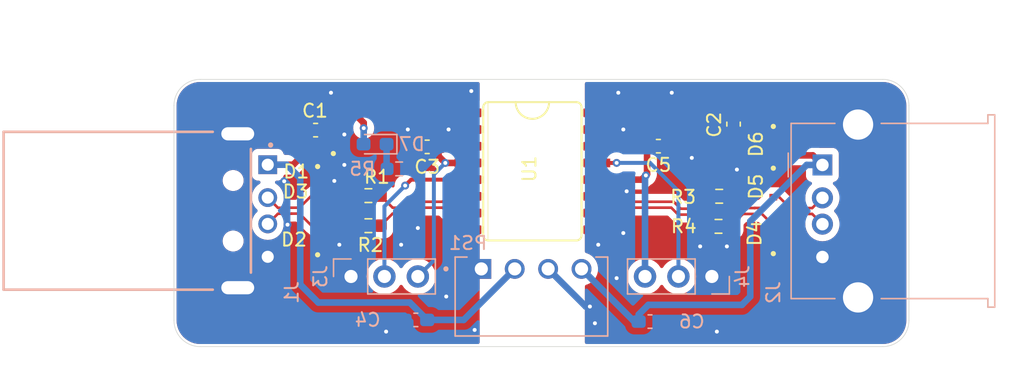
<source format=kicad_pcb>
(kicad_pcb (version 20240108) (generator "pcbnew") (generator_version "8.0")
  (layers (0 "F.Cu" signal) (31 "B.Cu" power) (34 "B.Paste" user) (35 "F.Paste" user) (36 "B.SilkS" user "B.Silkscreen") (37 "F.SilkS" user "F.Silkscreen") (38 "B.Mask" user) (39 "F.Mask" user) (44 "Edge.Cuts" user))
  (net 0 "")
  (net 1 "/VBUS1")
  (net 2 "GND")
  (net 3 "GND1")
  (net 4 "/VBUS2")
  (net 5 "/VDD1")
  (net 6 "/VDD2")
  (net 7 "/USB1_N")
  (net 8 "/USB1_P")
  (net 9 "/USB2_P")
  (net 10 "/USB2_N")
  (net 11 "Net-(D7-K)")
  (net 12 "/SPU")
  (net 13 "/SPD")
  (net 14 "/USB1_2N")
  (net 15 "/USB1_2P")
  (net 16 "/USB2_2N")
  (net 17 "/USB2_2P")
  (footprint "Resistor_SMD:R_0603_1608Metric_Pad0.98x0.95mm_HandSolder" (layer "F.Cu") (at 149.352 91.186 180)
    (property "Reference" "R4" (at 2.6416 0 0) (layer "F.SilkS"))
    (property "Value" "27R")
    (fp_line (start -0.254724 0.5225) (end 0.254724 0.5225) (stroke (width 0.12)) (layer "F.SilkS"))
    (fp_line (start -0.254724 -0.5225) (end 0.254724 -0.5225) (stroke (width 0.12)) (layer "F.SilkS"))
    (pad "1" smd roundrect (at -0.9125 0 180) (size 0.975 0.95) (layers "F.Cu" "F.Paste" "F.Mask") (net 9 "/USB2_P"))
    (pad "2" smd roundrect (at 0.9125 0 180) (size 0.975 0.95) (layers "F.Cu" "F.Paste" "F.Mask") (net 17 "/USB2_2P"))
  )
  (footprint "Resistor_SMD:R_0603_1608Metric_Pad0.98x0.95mm_HandSolder" (layer "F.Cu") (at 122.7328 88.8492)
    (property "Reference" "R1" (at 0.644 -1.424 0) (layer "F.SilkS"))
    (property "Value" "27R")
    (fp_line (start -0.254724 -0.5225) (end 0.254724 -0.5225) (stroke (width 0.12)) (layer "F.SilkS"))
    (fp_line (start -0.254724 0.5225) (end 0.254724 0.5225) (stroke (width 0.12)) (layer "F.SilkS"))
    (pad "1" smd roundrect (at -0.9125 0) (size 0.975 0.95) (layers "F.Cu" "F.Paste" "F.Mask") (net 7 "/USB1_N"))
    (pad "2" smd roundrect (at 0.9125 0) (size 0.975 0.95) (layers "F.Cu" "F.Paste" "F.Mask") (net 14 "/USB1_2N"))
  )
  (footprint "KSZ_KiCad_Footprint_Library:DIO_PESD5V0U1BB_115" (layer "F.Cu") (at 153.5176 85.09 -90)
    (property "Reference" "D6" (at -0.1524 1.3208 90) (layer "F.SilkS"))
    (property "Value" "PESD5V0U1BB_115")
    (fp_circle (center -1.5 0) (end -1.4 0) (stroke (width 0.2)) (fill none) (layer "F.SilkS"))
    (pad "K1" smd rect (at -0.7 0 270) (size 0.5 0.6) (layers "F.Cu") (net 3 "GND1"))
    (pad "K2" smd rect (at 0.7 0 270) (size 0.5 0.6) (layers "F.Cu") (net 4 "/VBUS2"))
  )
  (footprint "Capacitor_SMD:C_0603_1608Metric_Pad1.08x0.95mm_HandSolder" (layer "F.Cu") (at 150.495 83.4125 -90)
    (property "Reference" "C2" (at 0.0508 1.4732 90) (layer "F.SilkS"))
    (property "Value" "1u")
    (fp_line (start -0.146267 0.51) (end 0.146267 0.51) (stroke (width 0.12)) (layer "F.SilkS"))
    (fp_line (start -0.146267 -0.51) (end 0.146267 -0.51) (stroke (width 0.12)) (layer "F.SilkS"))
    (pad "1" smd roundrect (at -0.8625 0 270) (size 1.075 0.95) (layers "F.Cu" "F.Paste" "F.Mask") (net 3 "GND1"))
    (pad "2" smd roundrect (at 0.8625 0 270) (size 1.075 0.95) (layers "F.Cu" "F.Paste" "F.Mask") (net 4 "/VBUS2"))
  )
  (footprint "KSZ_KiCad_Footprint_Library:DIO_PESD5V0U1BB_115" (layer "F.Cu") (at 153.5176 88.265 -90)
    (property "Reference" "D5" (at -0.1016 1.3208 90) (layer "F.SilkS"))
    (property "Value" "PESD5V0U1BB_115")
    (fp_circle (center -1.5 0) (end -1.4 0) (stroke (width 0.2)) (fill none) (layer "F.SilkS"))
    (pad "K1" smd rect (at -0.7 0 270) (size 0.5 0.6) (layers "F.Cu") (net 3 "GND1"))
    (pad "K2" smd rect (at 0.7 0 270) (size 0.5 0.6) (layers "F.Cu") (net 10 "/USB2_N"))
  )
  (footprint "Resistor_SMD:R_0603_1608Metric_Pad0.98x0.95mm_HandSolder" (layer "F.Cu") (at 122.7328 91.1352)
    (property "Reference" "R2" (at 0.1524 1.4732 0) (layer "F.SilkS"))
    (property "Value" "27R")
    (fp_line (start -0.254724 -0.5225) (end 0.254724 -0.5225) (stroke (width 0.12)) (layer "F.SilkS"))
    (fp_line (start -0.254724 0.5225) (end 0.254724 0.5225) (stroke (width 0.12)) (layer "F.SilkS"))
    (pad "1" smd roundrect (at -0.9125 0) (size 0.975 0.95) (layers "F.Cu" "F.Paste" "F.Mask") (net 8 "/USB1_P"))
    (pad "2" smd roundrect (at 0.9125 0) (size 0.975 0.95) (layers "F.Cu" "F.Paste" "F.Mask") (net 15 "/USB1_2P"))
  )
  (footprint "Capacitor_SMD:C_0603_1608Metric_Pad1.08x0.95mm_HandSolder" (layer "F.Cu") (at 144.78 85.09 180)
    (property "Reference" "C5" (at 0 -1.43 0) (layer "F.SilkS"))
    (property "Value" "100n")
    (fp_line (start -0.146267 0.51) (end 0.146267 0.51) (stroke (width 0.12)) (layer "F.SilkS"))
    (fp_line (start -0.146267 -0.51) (end 0.146267 -0.51) (stroke (width 0.12)) (layer "F.SilkS"))
    (pad "1" smd roundrect (at -0.8625 0 180) (size 1.075 0.95) (layers "F.Cu" "F.Paste" "F.Mask") (net 3 "GND1"))
    (pad "2" smd roundrect (at 0.8625 0 180) (size 1.075 0.95) (layers "F.Cu" "F.Paste" "F.Mask") (net 6 "/VDD2"))
  )
  (footprint "KSZ_KiCad_Footprint_Library:DIO_PESD5V0U1BB_115" (layer "F.Cu") (at 118.5672 85.6488 180)
    (property "Reference" "D1" (at 1.3208 -1.3716 180) (layer "F.SilkS"))
    (property "Value" "PESD5V0U1BB_115")
    (fp_circle (center -1.5 0) (end -1.4 0) (stroke (width 0.2)) (fill none) (layer "F.SilkS"))
    (pad "K1" smd rect (at -0.7 0 180) (size 0.5 0.6) (layers "F.Cu") (net 2 "GND"))
    (pad "K2" smd rect (at 0.7 0 180) (size 0.5 0.6) (layers "F.Cu") (net 1 "/VBUS1"))
  )
  (footprint "Resistor_SMD:R_0603_1608Metric_Pad0.98x0.95mm_HandSolder" (layer "F.Cu") (at 149.4028 88.9 180)
    (property "Reference" "R3" (at 2.7432 -0.0508 0) (layer "F.SilkS"))
    (property "Value" "27R")
    (fp_line (start -0.254724 0.5225) (end 0.254724 0.5225) (stroke (width 0.12)) (layer "F.SilkS"))
    (fp_line (start -0.254724 -0.5225) (end 0.254724 -0.5225) (stroke (width 0.12)) (layer "F.SilkS"))
    (pad "1" smd roundrect (at -0.9125 0 180) (size 0.975 0.95) (layers "F.Cu" "F.Paste" "F.Mask") (net 10 "/USB2_N"))
    (pad "2" smd roundrect (at 0.9125 0 180) (size 0.975 0.95) (layers "F.Cu" "F.Paste" "F.Mask") (net 16 "/USB2_2N"))
  )
  (footprint "KSZ_KiCad_Footprint_Library:DIO_PESD5V0U1BB_115" (layer "F.Cu") (at 118.872 91.8464 90)
    (property "Reference" "D2" (at -0.348 -1.798 180) (layer "F.SilkS"))
    (property "Value" "PESD5V0U1BB_115")
    (fp_circle (center -1.5 0) (end -1.4 0) (stroke (width 0.2)) (fill none) (layer "F.SilkS"))
    (pad "K1" smd rect (at -0.7 0 90) (size 0.5 0.6) (layers "F.Cu") (net 2 "GND"))
    (pad "K2" smd rect (at 0.7 0 90) (size 0.5 0.6) (layers "F.Cu") (net 8 "/USB1_P"))
  )
  (footprint "KSZ_KiCad_Footprint_Library:SO16L" (layer "F.Cu") (at 135.2 87 -90)
    (property "Reference" "U1" (at -0.1828 0.2244 90) (layer "F.SilkS"))
    (property "Value" "ADUM3160")
    (fp_line (start -4.8768 3.7338) (end 4.8768 3.7338) (stroke (width 0.1524)) (layer "F.SilkS"))
    (fp_line (start -5.207 3.3782) (end 5.2324 3.3782) (stroke (width 0.0508)) (layer "F.SilkS"))
    (fp_line (start 5.2578 3.3528) (end 5.2578 -3.3528) (stroke (width 0.1524)) (layer "F.SilkS"))
    (fp_line (start -5.2578 1.27) (end -5.2578 3.3528) (stroke (width 0.1524)) (layer "F.SilkS"))
    (fp_line (start -5.2578 -1.27) (end -5.2578 1.27) (stroke (width 0.1524)) (layer "F.SilkS"))
    (fp_line (start -5.2578 -3.3528) (end -5.2578 -1.27) (stroke (width 0.1524)) (layer "F.SilkS"))
    (fp_line (start 4.8768 -3.7338) (end -4.8768 -3.7338) (stroke (width 0.1524)) (layer "F.SilkS"))
    (fp_arc (start -4.8768 3.7338) (mid -5.146208 3.622208) (end -5.2578 3.3528) (stroke (width 0.1524)) (layer "F.SilkS"))
    (fp_arc (start 5.2578 3.3528) (mid 5.146208 3.622208) (end 4.8768 3.7338) (stroke (width 0.1524)) (layer "F.SilkS"))
    (fp_arc (start -5.2578 -1.27) (mid -3.9878 0) (end -5.2578 1.27) (stroke (width 0.1524)) (layer "F.SilkS"))
    (fp_arc (start -5.2578 -3.3528) (mid -5.146208 -3.622208) (end -4.8768 -3.7338) (stroke (width 0.1524)) (layer "F.SilkS"))
    (fp_arc (start 4.8768 -3.7338) (mid 5.146208 -3.622208) (end 5.2578 -3.3528) (stroke (width 0.1524)) (layer "F.SilkS"))
    (fp_poly (pts (xy -4.699 3.7338) (xy -4.191 3.7338) (xy -4.191 3.8608) (xy -4.699 3.8608)) (stroke (width 0.01)) (fill solid) (layer "F.SilkS"))
    (fp_poly (pts (xy -3.429 3.7338) (xy -2.921 3.7338) (xy -2.921 3.8608) (xy -3.429 3.8608)) (stroke (width 0.01)) (fill solid) (layer "F.SilkS"))
    (fp_poly (pts (xy -2.159 3.7338) (xy -1.651 3.7338) (xy -1.651 3.8608) (xy -2.159 3.8608)) (stroke (width 0.01)) (fill solid) (layer "F.SilkS"))
    (fp_poly (pts (xy -0.889 3.7338) (xy -0.381 3.7338) (xy -0.381 3.8608) (xy -0.889 3.8608)) (stroke (width 0.01)) (fill solid) (layer "F.SilkS"))
    (fp_poly (pts (xy 0.381 3.7338) (xy 0.889 3.7338) (xy 0.889 3.8608) (xy 0.381 3.8608)) (stroke (width 0.01)) (fill solid) (layer "F.SilkS"))
    (fp_poly (pts (xy 1.651 3.7338) (xy 2.159 3.7338) (xy 2.159 3.8608) (xy 1.651 3.8608)) (stroke (width 0.01)) (fill solid) (layer "F.SilkS"))
    (fp_poly (pts (xy 2.921 3.7338) (xy 3.429 3.7338) (xy 3.429 3.8608) (xy 2.921 3.8608)) (stroke (width 0.01)) (fill solid) (layer "F.SilkS"))
    (fp_poly (pts (xy 4.191 3.7338) (xy 4.699 3.7338) (xy 4.699 3.8608) (xy 4.191 3.8608)) (stroke (width 0.01)) (fill solid) (layer "F.SilkS"))
    (fp_poly (pts (xy -4.699 -3.8608) (xy -4.191 -3.8608) (xy -4.191 -3.7338) (xy -4.699 -3.7338)) (stroke (width 0.01)) (fill solid) (layer "F.SilkS"))
    (fp_poly (pts (xy -3.429 -3.8608) (xy -2.921 -3.8608) (xy -2.921 -3.7338) (xy -3.429 -3.7338)) (stroke (width 0.01)) (fill solid) (layer "F.SilkS"))
    (fp_poly (pts (xy -2.159 -3.8608) (xy -1.651 -3.8608) (xy -1.651 -3.7338) (xy -2.159 -3.7338)) (stroke (width 0.01)) (fill solid) (layer "F.SilkS"))
    (fp_poly (pts (xy -0.889 -3.8608) (xy -0.381 -3.8608) (xy -0.381 -3.7338) (xy -0.889 -3.7338)) (stroke (width 0.01)) (fill solid) (layer "F.SilkS"))
    (fp_poly (pts (xy 0.381 -3.8608) (xy 0.889 -3.8608) (xy 0.889 -3.7338) (xy 0.381 -3.7338)) (stroke (width 0.01)) (fill solid) (layer "F.SilkS"))
    (fp_poly (pts (xy 1.651 -3.8608) (xy 2.159 -3.8608) (xy 2.159 -3.7338) (xy 1.651 -3.7338)) (stroke (width 0.01)) (fill solid) (layer "F.SilkS"))
    (fp_poly (pts (xy 2.921 -3.8608) (xy 3.429 -3.8608) (xy 3.429 -3.7338) (xy 2.921 -3.7338)) (stroke (width 0.01)) (fill solid) (layer "F.SilkS"))
    (fp_poly (pts (xy 4.191 -3.8608) (xy 4.699 -3.8608) (xy 4.699 -3.7338) (xy 4.191 -3.7338)) (stroke (width 0.01)) (fill solid) (layer "F.SilkS"))
    (pad "1" smd rect (at -4.445 4.9022 270) (size 0.6604 2.032) (layers "F.Cu" "F.Paste" "F.Mask") (net 1 "/VBUS1"))
    (pad "2" smd rect (at -3.175 4.9022 270) (size 0.6604 2.032) (layers "F.Cu" "F.Paste" "F.Mask") (net 2 "GND"))
    (pad "3" smd rect (at -1.905 4.9022 270) (size 0.6604 2.032) (layers "F.Cu" "F.Paste" "F.Mask") (net 5 "/VDD1"))
    (pad "4" smd rect (at -0.635 4.9022 270) (size 0.6604 2.032) (layers "F.Cu" "F.Paste" "F.Mask") (net 5 "/VDD1"))
    (pad "5" smd rect (at 0.635 4.9022 270) (size 0.6604 2.032) (layers "F.Cu" "F.Paste" "F.Mask") (net 12 "/SPU"))
    (pad "6" smd rect (at 1.905 4.9022 270) (size 0.6604 2.032) (layers "F.Cu" "F.Paste" "F.Mask") (net 14 "/USB1_2N"))
    (pad "7" smd rect (at 3.175 4.9022 270) (size 0.6604 2.032) (layers "F.Cu" "F.Paste" "F.Mask") (net 15 "/USB1_2P"))
    (pad "8" smd rect (at 4.445 4.9022 270) (size 0.6604 2.032) (layers "F.Cu" "F.Paste" "F.Mask") (net 2 "GND"))
    (pad "9" smd rect (at 4.445 -4.9022 270) (size 0.6604 2.032) (layers "F.Cu" "F.Paste" "F.Mask") (net 3 "GND1"))
    (pad "10" smd rect (at 3.175 -4.9022 270) (size 0.6604 2.032) (layers "F.Cu" "F.Paste" "F.Mask") (net 17 "/USB2_2P"))
    (pad "11" smd rect (at 1.905 -4.9022 270) (size 0.6604 2.032) (layers "F.Cu" "F.Paste" "F.Mask") (net 16 "/USB2_2N"))
    (pad "12" smd rect (at 0.635 -4.9022 270) (size 0.6604 2.032) (layers "F.Cu" "F.Paste" "F.Mask") (net 6 "/VDD2"))
    (pad "13" smd rect (at -0.635 -4.9022 270) (size 0.6604 2.032) (layers "F.Cu" "F.Paste" "F.Mask") (net 13 "/SPD"))
    (pad "14" smd rect (at -1.905 -4.9022 270) (size 0.6604 2.032) (layers "F.Cu" "F.Paste" "F.Mask") (net 6 "/VDD2"))
    (pad "15" smd rect (at -3.175 -4.9022 270) (size 0.6604 2.032) (layers "F.Cu" "F.Paste" "F.Mask") (net 3 "GND1"))
    (pad "16" smd rect (at -4.445 -4.9022 270) (size 0.6604 2.032) (layers "F.Cu" "F.Paste" "F.Mask") (net 4 "/VBUS2"))
  )
  (footprint "Capacitor_SMD:C_0603_1608Metric_Pad1.08x0.95mm_HandSolder" (layer "F.Cu") (at 127.2032 85.1408)
    (property "Reference" "C3" (at 0 1.524 0) (layer "F.SilkS"))
    (property "Value" "100n")
    (fp_line (start -0.146267 -0.51) (end 0.146267 -0.51) (stroke (width 0.12)) (layer "F.SilkS"))
    (fp_line (start -0.146267 0.51) (end 0.146267 0.51) (stroke (width 0.12)) (layer "F.SilkS"))
    (pad "1" smd roundrect (at -0.8625 0) (size 1.075 0.95) (layers "F.Cu" "F.Paste" "F.Mask") (net 2 "GND"))
    (pad "2" smd roundrect (at 0.8625 0) (size 1.075 0.95) (layers "F.Cu" "F.Paste" "F.Mask") (net 5 "/VDD1"))
  )
  (footprint "KSZ_KiCad_Footprint_Library:DIO_PESD5V0U1BB_115" (layer "F.Cu") (at 153.5176 91.759 90)
    (property "Reference" "D4" (at 0.0508 -1.4224 90) (layer "F.SilkS"))
    (property "Value" "PESD5V0U1BB_115")
    (fp_circle (center -1.5 0) (end -1.4 0) (stroke (width 0.2)) (fill none) (layer "F.SilkS"))
    (pad "K1" smd rect (at -0.7 0 90) (size 0.5 0.6) (layers "F.Cu") (net 3 "GND1"))
    (pad "K2" smd rect (at 0.7 0 90) (size 0.5 0.6) (layers "F.Cu") (net 9 "/USB2_P"))
  )
  (footprint "KSZ_KiCad_Footprint_Library:DIO_PESD5V0U1BB_115" (layer "F.Cu") (at 118.872 88.138 -90)
    (property "Reference" "D3" (at 0.4064 1.6764 0) (layer "F.SilkS"))
    (property "Value" "PESD5V0U1BB_115")
    (fp_circle (center -1.5 0) (end -1.4 0) (stroke (width 0.2)) (fill none) (layer "F.SilkS"))
    (pad "K1" smd rect (at -0.7 0 270) (size 0.5 0.6) (layers "F.Cu") (net 2 "GND"))
    (pad "K2" smd rect (at 0.7 0 270) (size 0.5 0.6) (layers "F.Cu") (net 7 "/USB1_N"))
  )
  (footprint "Capacitor_SMD:C_0603_1608Metric_Pad1.08x0.95mm_HandSolder" (layer "F.Cu") (at 118.7196 83.8708 180)
    (property "Reference" "C1" (at 0.0508 1.4732 0) (layer "F.SilkS"))
    (property "Value" "1u")
    (fp_line (start -0.146267 0.51) (end 0.146267 0.51) (stroke (width 0.12)) (layer "F.SilkS"))
    (fp_line (start -0.146267 -0.51) (end 0.146267 -0.51) (stroke (width 0.12)) (layer "F.SilkS"))
    (pad "1" smd roundrect (at -0.8625 0 180) (size 1.075 0.95) (layers "F.Cu" "F.Paste" "F.Mask") (net 2 "GND"))
    (pad "2" smd roundrect (at 0.8625 0 180) (size 1.075 0.95) (layers "F.Cu" "F.Paste" "F.Mask") (net 1 "/VBUS1"))
  )
  (footprint "KSZ_KiCad_Footprint_Library:SAMTEC_USB-AM-S-X-X-TH" (layer "B.Cu") (at 112.8 90 90)
    (property "Reference" "J1" (at -6.208 4.104 90) (layer "B.SilkS") (effects (justify mirror)))
    (property "Value" "USB-AM-S-X-X-TH")
    (fp_line (start 6 -17.8) (end 6 -1.9) (stroke (width 0.2)) (layer "B.SilkS"))
    (fp_line (start -6 -17.8) (end 6 -17.8) (stroke (width 0.2)) (layer "B.SilkS"))
    (fp_line (start -6 -1.9) (end -6 -17.8) (stroke (width 0.2)) (layer "B.SilkS"))
    (fp_line (start 4.7 1) (end -4.7 1) (stroke (width 0.2)) (layer "B.SilkS"))
    (fp_circle (center 5 2.5) (end 5.1 2.5) (stroke (width 0.2)) (fill none) (layer "B.SilkS"))
    (pad "" np_thru_hole circle (at -2.3 -0.35 90) (size 1.1 1.1) (drill 1.1) (layers "*.Cu" "*.Mask"))
    (pad "" np_thru_hole circle (at 2.3 -0.35 90) (size 1.1 1.1) (drill 1.1) (layers "*.Cu" "*.Mask"))
    (pad "01" thru_hole rect (at 3.5 2.28 90) (size 1.428 1.428) (drill 0.92) (layers "*.Cu" "*.Mask") (net 1 "/VBUS1"))
    (pad "02" thru_hole circle (at 1 2.28 90) (size 1.428 1.428) (drill 0.92) (layers "*.Cu" "*.Mask") (net 7 "/USB1_N"))
    (pad "03" thru_hole circle (at -1 2.28 90) (size 1.428 1.428) (drill 0.92) (layers "*.Cu" "*.Mask") (net 8 "/USB1_P"))
    (pad "04" thru_hole circle (at -3.5 2.28 90) (size 1.428 1.428) (drill 0.92) (layers "*.Cu" "*.Mask") (net 2 "GND"))
    (pad "S1" thru_hole oval (at -5.85 0 90) (size 1.508 3.016) (drill oval 1 2.5) (layers "*.Cu" "*.Mask") (net 2 "GND"))
    (pad "S2" thru_hole oval (at 5.85 0 90) (size 1.508 3.016) (drill oval 1 2.5) (layers "*.Cu" "*.Mask") (net 2 "GND"))
  )
  (footprint "Capacitor_SMD:C_0603_1608Metric_Pad1.08x0.95mm_HandSolder" (layer "B.Cu") (at 144.145 98.425 180)
    (property "Reference" "C6" (at -3.175 0 0) (layer "B.SilkS") (effects (justify mirror)))
    (property "Value" "10u")
    (fp_line (start 0.146267 0.51) (end -0.146267 0.51) (stroke (width 0.12)) (layer "B.SilkS"))
    (fp_line (start 0.146267 -0.51) (end -0.146267 -0.51) (stroke (width 0.12)) (layer "B.SilkS"))
    (pad "1" smd roundrect (at -0.8625 0 180) (size 1.075 0.95) (layers "B.Cu" "B.Paste" "B.Mask") (net 3 "GND1"))
    (pad "2" smd roundrect (at 0.8625 0 180) (size 1.075 0.95) (layers "B.Cu" "B.Paste" "B.Mask") (net 4 "/VBUS2"))
  )
  (footprint "Resistor_SMD:R_0603_1608Metric_Pad0.98x0.95mm_HandSolder" (layer "B.Cu") (at 125.0696 86.8172)
    (property "Reference" "R5" (at -2.8 0 0) (layer "B.SilkS") (effects (justify mirror)))
    (property "Value" "1k5")
    (fp_line (start 0.254724 -0.5225) (end -0.254724 -0.5225) (stroke (width 0.12)) (layer "B.SilkS"))
    (fp_line (start 0.254724 0.5225) (end -0.254724 0.5225) (stroke (width 0.12)) (layer "B.SilkS"))
    (pad "1" smd roundrect (at -0.9125 0) (size 0.975 0.95) (layers "B.Cu" "B.Paste" "B.Mask") (net 11 "Net-(D7-K)"))
    (pad "2" smd roundrect (at 0.9125 0) (size 0.975 0.95) (layers "B.Cu" "B.Paste" "B.Mask") (net 2 "GND"))
  )
  (footprint "Connector_PinHeader_2.54mm:PinHeader_1x03_P2.54mm_Vertical" (layer "B.Cu") (at 121.412 94.996 -90)
    (property "Reference" "J3" (at 0 2.33 90) (layer "B.SilkS") (effects (justify mirror)))
    (property "Value" "Conn_01x03_Pin")
    (fp_line (start -1.33 1.33) (end -1.33 0) (stroke (width 0.12)) (layer "B.SilkS"))
    (fp_line (start 0 1.33) (end -1.33 1.33) (stroke (width 0.12)) (layer "B.SilkS"))
    (fp_line (start 1.33 -1.27) (end -1.33 -1.27) (stroke (width 0.12)) (layer "B.SilkS"))
    (fp_line (start -1.33 -6.41) (end -1.33 -1.27) (stroke (width 0.12)) (layer "B.SilkS"))
    (fp_line (start 1.33 -6.41) (end 1.33 -1.27) (stroke (width 0.12)) (layer "B.SilkS"))
    (fp_line (start 1.33 -6.41) (end -1.33 -6.41) (stroke (width 0.12)) (layer "B.SilkS"))
    (pad "1" thru_hole rect (at 0 0 270) (size 1.7 1.7) (drill 1) (layers "*.Cu" "*.Mask") (net 2 "GND"))
    (pad "2" thru_hole oval (at 0 -2.54 270) (size 1.7 1.7) (drill 1) (layers "*.Cu" "*.Mask") (net 12 "/SPU"))
    (pad "3" thru_hole oval (at 0 -5.08 270) (size 1.7 1.7) (drill 1) (layers "*.Cu" "*.Mask") (net 5 "/VDD1"))
  )
  (footprint "Connector_PinHeader_2.54mm:PinHeader_1x03_P2.54mm_Vertical" (layer "B.Cu") (at 148.844 94.996 90)
    (property "Reference" "J4" (at 0 2.33 90) (layer "B.SilkS") (effects (justify mirror)))
    (property "Value" "Conn_01x03_Pin")
    (fp_line (start 1.33 -6.41) (end -1.33 -6.41) (stroke (width 0.12)) (layer "B.SilkS"))
    (fp_line (start 1.33 -6.41) (end 1.33 -1.27) (stroke (width 0.12)) (layer "B.SilkS"))
    (fp_line (start -1.33 -6.41) (end -1.33 -1.27) (stroke (width 0.12)) (layer "B.SilkS"))
    (fp_line (start 1.33 -1.27) (end -1.33 -1.27) (stroke (width 0.12)) (layer "B.SilkS"))
    (fp_line (start 0 1.33) (end -1.33 1.33) (stroke (width 0.12)) (layer "B.SilkS"))
    (fp_line (start -1.33 1.33) (end -1.33 0) (stroke (width 0.12)) (layer "B.SilkS"))
    (pad "1" thru_hole rect (at 0 0 90) (size 1.7 1.7) (drill 1) (layers "*.Cu" "*.Mask") (net 3 "GND1"))
    (pad "2" thru_hole oval (at 0 -2.54 90) (size 1.7 1.7) (drill 1) (layers "*.Cu" "*.Mask") (net 13 "/SPD"))
    (pad "3" thru_hole oval (at 0 -5.08 90) (size 1.7 1.7) (drill 1) (layers "*.Cu" "*.Mask") (net 6 "/VDD2"))
  )
  (footprint "Capacitor_SMD:C_0603_1608Metric_Pad1.08x0.95mm_HandSolder" (layer "B.Cu") (at 126.3396 98.298)
    (property "Reference" "C4" (at -3.6576 0 0) (layer "B.SilkS") (effects (justify mirror)))
    (property "Value" "4.7u")
    (fp_line (start 0.146267 -0.51) (end -0.146267 -0.51) (stroke (width 0.12)) (layer "B.SilkS"))
    (fp_line (start 0.146267 0.51) (end -0.146267 0.51) (stroke (width 0.12)) (layer "B.SilkS"))
    (pad "1" smd roundrect (at -0.8625 0) (size 1.075 0.95) (layers "B.Cu" "B.Paste" "B.Mask") (net 2 "GND"))
    (pad "2" smd roundrect (at 0.8625 0) (size 1.075 0.95) (layers "B.Cu" "B.Paste" "B.Mask") (net 1 "/VBUS1"))
  )
  (footprint "KSZ_KiCad_Footprint_Library:CONV_B0505S-1WR3" (layer "B.Cu") (at 135.128 96.52)
    (property "Reference" "PS1" (at -4.826 -4.064 0) (layer "B.SilkS") (effects (justify mirror)))
    (property "Value" "B0505S-1WR3")
    (fp_line (start -5.8 -3) (end -4.9 -3) (stroke (width 0.127)) (layer "B.SilkS"))
    (fp_line (start -5.8 3) (end -5.8 -3) (stroke (width 0.127)) (layer "B.SilkS"))
    (fp_line (start 4.9 -3) (end 5.8 -3) (stroke (width 0.127)) (layer "B.SilkS"))
    (fp_line (start 5.8 -3) (end 5.8 3) (stroke (width 0.127)) (layer "B.SilkS"))
    (fp_line (start 5.8 3) (end -5.8 3) (stroke (width 0.127)) (layer "B.SilkS"))
    (fp_circle (center -6.5 -2.1) (end -6.4 -2.1) (stroke (width 0.2)) (fill none) (layer "B.SilkS"))
    (pad "1" thru_hole rect (at -3.81 -2.1) (size 1.508 1.508) (drill 1) (layers "*.Cu" "*.Mask") (net 2 "GND"))
    (pad "2" thru_hole circle (at -1.27 -2.1) (size 1.508 1.508) (drill 1) (layers "*.Cu" "*.Mask") (net 1 "/VBUS1"))
    (pad "3" thru_hole circle (at 1.27 -2.1) (size 1.508 1.508) (drill 1) (layers "*.Cu" "*.Mask") (net 3 "GND1"))
    (pad "4" thru_hole circle (at 3.81 -2.1) (size 1.508 1.508) (drill 1) (layers "*.Cu" "*.Mask") (net 4 "/VBUS2"))
  )
  (footprint "Connector_USB:USB_A_Molex_67643_Horizontal" (layer "B.Cu") (at 157.2508 86.5176 -90)
    (property "Reference" "J2" (at 9.6976 3.7332 90) (layer "B.SilkS") (effects (justify mirror)))
    (property "Value" "USB_A")
    (fp_line (start 0.9 2.6) (end -0.9 2.6) (stroke (width 0.12)) (layer "B.SilkS"))
    (fp_line (start 10.16 2.38) (end -3.16 2.38) (stroke (width 0.12)) (layer "B.SilkS"))
    (fp_line (start -3.16 -0.95) (end -3.16 2.38) (stroke (width 0.12)) (layer "B.SilkS"))
    (fp_line (start 10.16 -0.95) (end 10.16 2.38) (stroke (width 0.12)) (layer "B.SilkS"))
    (fp_line (start -3.16 -4.47) (end -3.16 -12.58) (stroke (width 0.12)) (layer "B.SilkS"))
    (fp_line (start -3.81 -12.58) (end -3.16 -12.58) (stroke (width 0.12)) (layer "B.SilkS"))
    (fp_line (start 10.16 -12.58) (end 10.16 -4.47) (stroke (width 0.12)) (layer "B.SilkS"))
    (fp_line (start 10.16 -12.58) (end 10.81 -12.58) (stroke (width 0.12)) (layer "B.SilkS"))
    (fp_line (start 10.81 -12.58) (end 10.81 -13.1) (stroke (width 0.12)) (layer "B.SilkS"))
    (fp_line (start -3.81 -13.1) (end -3.81 -12.58) (stroke (width 0.12)) (layer "B.SilkS"))
    (fp_line (start 10.81 -13.1) (end -3.81 -13.1) (stroke (width 0.12)) (layer "B.SilkS"))
    (pad "1" thru_hole rect (at 0 0 270) (size 1.6 1.5) (drill 0.95) (layers "*.Cu" "*.Mask") (net 4 "/VBUS2"))
    (pad "2" thru_hole circle (at 2.5 0 270) (size 1.6 1.6) (drill 0.95) (layers "*.Cu" "*.Mask") (net 10 "/USB2_N"))
    (pad "3" thru_hole circle (at 4.5 0 270) (size 1.6 1.6) (drill 0.95) (layers "*.Cu" "*.Mask") (net 9 "/USB2_P"))
    (pad "4" thru_hole circle (at 7 0 270) (size 1.6 1.6) (drill 0.95) (layers "*.Cu" "*.Mask") (net 3 "GND1"))
    (pad "5" thru_hole circle (at -3.07 -2.71 270) (size 3 3) (drill 2.3) (layers "*.Cu" "*.Mask") (net 3 "GND1"))
    (pad "5" thru_hole circle (at 10.07 -2.71 270) (size 3 3) (drill 2.3) (layers "*.Cu" "*.Mask") (net 3 "GND1"))
  )
  (footprint "LED_SMD:LED_0603_1608Metric_Pad1.05x0.95mm_HandSolder" (layer "B.Cu") (at 123.2408 84.9376 180)
    (property "Reference" "D7" (at -2.8 0 0) (layer "B.SilkS") (effects (justify mirror)))
    (property "Value" "LED")
    (fp_line (start 0.8 -0.735) (end -1.66 -0.735) (stroke (width 0.12)) (layer "B.SilkS"))
    (fp_line (start -1.66 0.735) (end 0.8 0.735) (stroke (width 0.12)) (layer "B.SilkS"))
    (fp_line (start -1.66 -0.735) (end -1.66 0.735) (stroke (width 0.12)) (layer "B.SilkS"))
    (pad "1" smd roundrect (at -0.875 0 180) (size 1.05 0.95) (layers "B.Cu" "B.Paste" "B.Mask") (net 11 "Net-(D7-K)"))
    (pad "2" smd roundrect (at 0.875 0 180) (size 1.05 0.95) (layers "B.Cu" "B.Paste" "B.Mask") (net 1 "/VBUS1"))
  )
  (gr_arc (start 107.95 82.01) (mid 108.535786 80.595786) (end 109.95 80.01) (stroke (width 0.05)) (layer "Edge.Cuts"))
  (gr_line (start 163.83 82.01) (end 163.83 98.33) (stroke (width 0.05)) (layer "Edge.Cuts"))
  (gr_line (start 109.95 80.01) (end 161.83 80.01) (stroke (width 0.05)) (layer "Edge.Cuts"))
  (gr_arc (start 163.83 98.33) (mid 163.244214 99.744214) (end 161.83 100.33) (stroke (width 0.05)) (layer "Edge.Cuts"))
  (gr_line (start 107.95 98.33) (end 107.95 82.01) (stroke (width 0.05)) (layer "Edge.Cuts"))
  (gr_line (start 161.83 100.33) (end 109.95 100.33) (stroke (width 0.05)) (layer "Edge.Cuts"))
  (gr_arc (start 161.83 80.01) (mid 163.244214 80.595786) (end 163.83 82.01) (stroke (width 0.05)) (layer "Edge.Cuts"))
  (gr_arc (start 109.95 100.33) (mid 108.535786 99.744214) (end 107.95 98.33) (stroke (width 0.05)) (layer "Edge.Cuts"))
  (segment (start 118.2574 82.555) (end 121.1072 82.555) (width 0.5) (layer "F.Cu") (net 1))
  (segment (start 117.8571 82.9553) (end 118.2574 82.555) (width 0.5) (layer "F.Cu") (net 1))
  (segment (start 117.8571 83.8708) (end 117.8571 82.9553) (width 0.5) (layer "F.Cu") (net 1))
  (segment (start 121.1072 82.555) (end 130.2978 82.555) (width 0.5) (layer "F.Cu") (net 1))
  (segment (start 117.016 86.5) (end 117.8672 85.6488) (width 0.5) (layer "F.Cu") (net 1))
  (segment (start 115.08 86.5) (end 117.016 86.5) (width 0.5) (layer "F.Cu") (net 1))
  (segment (start 117.8672 83.8809) (end 117.8571 83.8708) (width 0.5) (layer "F.Cu") (net 1))
  (segment (start 121.1072 82.555) (end 121.6202 82.555) (width 0.5) (layer "F.Cu") (net 1))
  (segment (start 117.8672 85.6488) (end 117.8672 83.8809) (width 0.5) (layer "F.Cu") (net 1))
  (segment (start 122.3772 83.312) (end 122.3772 83.7184) (width 0.5) (layer "F.Cu") (net 1))
  (segment (start 121.6202 82.555) (end 122.3772 83.312) (width 0.5) (layer "F.Cu") (net 1))
  (via (at 122.3772 83.7184) (size 0.6) (drill 0.3) (layers "F.Cu" "B.Cu") (net 1))
  (segment (start 129.98 98.298) (end 127.2021 98.298) (width 0.5) (layer "B.Cu") (net 1))
  (segment (start 118.9228 96.9772) (end 125.8813 96.9772) (width 0.5) (layer "B.Cu") (net 1))
  (segment (start 115.08 86.5) (end 116.5228 86.5) (width 0.5) (layer "B.Cu") (net 1))
  (segment (start 116.5228 86.5) (end 117.5512 87.5284) (width 0.5) (layer "B.Cu") (net 1))
  (segment (start 117.5512 87.5284) (end 117.5512 95.6056) (width 0.5) (layer "B.Cu") (net 1))
  (segment (start 122.3772 83.7184) (end 122.3772 84.9262) (width 0.5) (layer "B.Cu") (net 1))
  (segment (start 133.858 94.42) (end 129.98 98.298) (width 0.5) (layer "B.Cu") (net 1))
  (segment (start 122.3772 84.9262) (end 122.3658 84.9376) (width 0.5) (layer "B.Cu") (net 1))
  (segment (start 117.5512 95.6056) (end 118.9228 96.9772) (width 0.5) (layer "B.Cu") (net 1))
  (segment (start 125.8813 96.9772) (end 127.2021 98.298) (width 0.5) (layer "B.Cu") (net 1))
  (segment (start 128.8338 83.825) (end 128.8288 83.82) (width 0.5) (layer "F.Cu") (net 2))
  (segment (start 130.2978 83.825) (end 128.8338 83.825) (width 0.5) (layer "F.Cu") (net 2))
  (via (at 128.651 96.52) (size 0.6) (drill 0.3) (layers "F.Cu" "B.Cu") (net 2))
  (via (at 120.904 84.201) (size 0.6) (drill 0.3) (layers "F.Cu" "B.Cu") (net 2))
  (via (at 125.73 83.82) (size 0.6) (drill 0.3) (layers "F.Cu" "B.Cu") (net 2))
  (via (at 130.556 80.899) (size 0.6) (drill 0.3) (layers "F.Cu" "B.Cu") (net 2))
  (via (at 120.523 92.583) (size 0.6) (drill 0.3) (layers "F.Cu" "B.Cu") (net 2))
  (via (at 130.81 99.06) (size 0.6) (drill 0.3) (layers "F.Cu" "B.Cu") (net 2))
  (via (at 126.492 91.313) (size 0.6) (drill 0.3) (layers "F.Cu" "B.Cu") (net 2))
  (via (at 119.888 81.026) (size 0.6) (drill 0.3) (layers "F.Cu" "B.Cu") (net 2))
  (via (at 120.142 87.7316) (size 0.6) (drill 0.3) (layers "F.Cu" "B.Cu") (net 2))
  (via (at 125.222 92.583) (size 0.6) (drill 0.3) (layers "F.Cu" "B.Cu") (net 2))
  (via (at 116.332 87.757) (size 0.6) (drill 0.3) (layers "F.Cu" "B.Cu") (net 2))
  (via (at 124.079 99.187) (size 0.6) (drill 0.3) (layers "F.Cu" "B.Cu") (net 2))
  (via (at 120.904 86.5124) (size 0.6) (drill 0.3) (layers "F.Cu" "B.Cu") (net 2))
  (via (at 128.8288 83.82) (size 0.6) (drill 0.3) (layers "F.Cu" "B.Cu") (net 2))
  (via (at 116.586 91.059) (size 0.6) (drill 0.3) (layers "F.Cu" "B.Cu") (net 2))
  (via (at 149.987 92.71) (size 0.6) (drill 0.3) (layers "F.Cu" "B.Cu") (net 3))
  (via (at 141.605 95.123) (size 0.6) (drill 0.3) (layers "F.Cu" "B.Cu") (net 3))
  (via (at 142.367 88.519) (size 0.6) (drill 0.3) (layers "F.Cu" "B.Cu") (net 3))
  (via (at 149.225 99.187) (size 0.6) (drill 0.3) (layers "F.Cu" "B.Cu") (net 3))
  (via (at 142.113 91.694) (size 0.6) (drill 0.3) (layers "F.Cu" "B.Cu") (net 3))
  (via (at 139.954 98.552) (size 0.6) (drill 0.3) (layers "F.Cu" "B.Cu") (net 3))
  (via (at 147.32 85.979) (size 0.6) (drill 0.3) (layers "F.Cu" "B.Cu") (net 3))
  (via (at 142.113 83.82) (size 0.6) (drill 0.3) (layers "F.Cu" "B.Cu") (net 3))
  (via (at 147.955 92.71) (size 0.6) (drill 0.3) (layers "F.Cu" "B.Cu") (net 3))
  (via (at 141.732 81.026) (size 0.6) (drill 0.3) (layers "F.Cu" "B.Cu") (net 3))
  (via (at 145.796 81.026) (size 0.6) (drill 0.3) (layers "F.Cu" "B.Cu") (net 3))
  (via (at 140.208 92.583) (size 0.6) (drill 0.3) (layers "F.Cu" "B.Cu") (net 3))
  (via (at 139.573 97.282) (size 0.6) (drill 0.3) (layers "F.Cu" "B.Cu") (net 3))
  (via (at 150.749 86.868) (size 0.6) (drill 0.3) (layers "F.Cu" "B.Cu") (net 3))
  (segment (start 139.26 97.282) (end 136.398 94.42) (width 0.5) (layer "B.Cu") (net 3))
  (segment (start 139.573 97.282) (end 139.26 97.282) (width 0.5) (layer "B.Cu") (net 3))
  (segment (start 146.69 82.555) (end 140.1022 82.555) (width 0.5) (layer "F.Cu") (net 4))
  (segment (start 150.95 84.275) (end 150.495 84.275) (width 0.5) (layer "F.Cu") (net 4))
  (segment (start 156.5232 85.79) (end 153.5176 85.79) (width 0.5) (layer "F.Cu") (net 4))
  (segment (start 153.5176 85.79) (end 152.465 85.79) (width 0.5) (layer "F.Cu") (net 4))
  (segment (start 148.41 84.275) (end 146.69 82.555) (width 0.5) (layer "F.Cu") (net 4))
  (segment (start 152.465 85.79) (end 150.95 84.275) (width 0.5) (layer "F.Cu") (net 4))
  (segment (start 150.495 84.275) (end 148.41 84.275) (width 0.5) (layer "F.Cu") (net 4))
  (segment (start 157.2508 86.5176) (end 156.5232 85.79) (width 0.5) (layer "F.Cu") (net 4))
  (segment (start 157.2508 86.5176) (end 156.0524 86.5176) (width 0.5) (layer "B.Cu") (net 4))
  (segment (start 151.765 90.805) (end 151.765 96.52) (width 0.5) (layer "B.Cu") (net 4))
  (segment (start 151.765 96.52) (end 151.13 97.155) (width 0.5) (layer "B.Cu") (net 4))
  (segment (start 143.2825 97.8905) (end 143.2825 98.425) (width 0.5) (layer "B.Cu") (net 4))
  (segment (start 156.0524 86.5176) (end 151.765 90.805) (width 0.5) (layer "B.Cu") (net 4))
  (segment (start 142.943 98.425) (end 138.938 94.42) (width 0.5) (layer "B.Cu") (net 4))
  (segment (start 144.018 97.155) (end 143.2825 97.8905) (width 0.5) (layer "B.Cu") (net 4))
  (segment (start 143.2825 98.425) (end 142.943 98.425) (width 0.5) (layer "B.Cu") (net 4))
  (segment (start 151.13 97.155) (end 144.018 97.155) (width 0.5) (layer "B.Cu") (net 4))
  (segment (start 128.0657 85.8509) (end 128.0657 85.1408) (width 0.5) (layer "F.Cu") (net 5))
  (segment (start 128.0657 85.1408) (end 130.252 85.1408) (width 0.5) (layer "F.Cu") (net 5))
  (segment (start 130.252 85.1408) (end 130.2978 85.095) (width 0.5) (layer "F.Cu") (net 5))
  (segment (start 130.2978 86.365) (end 128.5798 86.365) (width 0.5) (layer "F.Cu") (net 5))
  (segment (start 128.5798 86.365) (end 128.0657 85.8509) (width 0.5) (layer "F.Cu") (net 5))
  (via (at 128.5798 86.365) (size 0.6) (drill 0.3) (layers "F.Cu" "B.Cu") (net 5))
  (segment (start 126.492 94.996) (end 127.7112 93.7768) (width 0.3) (layer "B.Cu") (net 5))
  (segment (start 127.7112 87.2336) (end 128.5798 86.365) (width 0.3) (layer "B.Cu") (net 5))
  (segment (start 127.7112 93.7768) (end 127.7112 87.2336) (width 0.3) (layer "B.Cu") (net 5))
  (segment (start 143.9175 85.09) (end 140.1072 85.09) (width 0.5) (layer "F.Cu") (net 6))
  (segment (start 140.1072 85.09) (end 140.1022 85.095) (width 0.5) (layer "F.Cu") (net 6))
  (segment (start 143.505 87.635) (end 140.1022 87.635) (width 0.5) (layer "F.Cu") (net 6))
  (segment (start 143.9175 87.2225) (end 143.8275 87.3125) (width 0.5) (layer "F.Cu") (net 6))
  (segment (start 143.9175 85.09) (end 143.9175 87.2225) (width 0.5) (layer "F.Cu") (net 6))
  (segment (start 143.8275 87.3125) (end 143.505 87.635) (width 0.5) (layer "F.Cu") (net 6))
  (via (at 143.8275 87.3125) (size 0.6) (drill 0.3) (layers "F.Cu" "B.Cu") (net 6))
  (segment (start 143.8275 87.3125) (end 143.764 87.376) (width 0.5) (layer "B.Cu") (net 6))
  (segment (start 143.764 87.376) (end 143.764 94.996) (width 0.5) (layer "B.Cu") (net 6))
  (segment (start 118.922 88.838) (end 119.8512 89.7672) (width 0.2) (layer "F.Cu") (net 7))
  (segment (start 115.855 89.775) (end 116.713 89.775) (width 0.2) (layer "F.Cu") (net 7))
  (segment (start 116.713 89.775) (end 116.7208 89.7672) (width 0.2) (layer "F.Cu") (net 7))
  (segment (start 115.08 89) (end 115.855 89.775) (width 0.2) (layer "F.Cu") (net 7))
  (segment (start 116.7208 89.7672) (end 117.492799 89.7672) (width 0.2) (layer "F.Cu") (net 7))
  (segment (start 118.421999 88.838) (end 118.872 88.838) (width 0.2) (layer "F.Cu") (net 7))
  (segment (start 117.492799 89.7672) (end 118.421999 88.838) (width 0.2) (layer "F.Cu") (net 7))
  (segment (start 119.8512 89.7672) (end 120.171049 89.7672) (width 0.2) (layer "F.Cu") (net 7))
  (segment (start 120.171049 89.7672) (end 121.089049 88.8492) (width 0.2) (layer "F.Cu") (net 7))
  (segment (start 118.872 88.838) (end 118.922 88.838) (width 0.2) (layer "F.Cu") (net 7))
  (segment (start 121.089049 88.8492) (end 121.8203 88.8492) (width 0.2) (layer "F.Cu") (net 7))
  (segment (start 115.08 91) (end 115.855 90.225) (width 0.2) (layer "F.Cu") (net 8))
  (segment (start 120.171049 90.2172) (end 121.089049 91.1352) (width 0.2) (layer "F.Cu") (net 8))
  (segment (start 116.885206 90.225) (end 116.893006 90.2172) (width 0.2) (layer "F.Cu") (net 8))
  (segment (start 118.421999 91.1464) (end 118.872 91.1464) (width 0.2) (layer "F.Cu") (net 8))
  (segment (start 115.855 90.225) (end 116.885206 90.225) (width 0.2) (layer "F.Cu") (net 8))
  (segment (start 118.922 91.1464) (end 119.8512 90.2172) (width 0.2) (layer "F.Cu") (net 8))
  (segment (start 117.492799 90.2172) (end 118.421999 91.1464) (width 0.2) (layer "F.Cu") (net 8))
  (segment (start 121.089049 91.1352) (end 121.8203 91.1352) (width 0.2) (layer "F.Cu") (net 8))
  (segment (start 116.893006 90.2172) (end 117.492799 90.2172) (width 0.2) (layer "F.Cu") (net 8))
  (segment (start 118.872 91.1464) (end 118.922 91.1464) (width 0.2) (layer "F.Cu") (net 8))
  (segment (start 119.8512 90.2172) (end 120.171049 90.2172) (width 0.2) (layer "F.Cu") (net 8))
  (segment (start 152.267399 90.242601) (end 151.207899 90.242601) (width 0.2) (layer "F.Cu") (net 9))
  (segment (start 157.2508 91.0176) (end 156.4758 90.2426) (width 0.2) (layer "F.Cu") (net 9))
  (segment (start 153.4676 91.059) (end 152.6456 90.237) (width 0.2) (layer "F.Cu") (net 9))
  (segment (start 156.4758 90.2426) (end 155.402794 90.2426) (width 0.2) (layer "F.Cu") (net 9))
  (segment (start 152.273 90.237) (end 152.267399 90.242601) (width 0.2) (layer "F.Cu") (net 9))
  (segment (start 155.402794 90.2426) (end 155.397194 90.237) (width 0.2) (layer "F.Cu") (net 9))
  (segment (start 152.6456 90.237) (end 152.273 90.237) (width 0.2) (layer "F.Cu") (net 9))
  (segment (start 153.967601 91.059) (end 153.5176 91.059) (width 0.2) (layer "F.Cu") (net 9))
  (segment (start 154.789601 90.237) (end 153.967601 91.059) (width 0.2) (layer "F.Cu") (net 9))
  (segment (start 153.5176 91.059) (end 153.4676 91.059) (width 0.2) (layer "F.Cu") (net 9))
  (segment (start 155.397194 90.237) (end 154.789601 90.237) (width 0.2) (layer "F.Cu") (net 9))
  (segment (start 151.207899 90.242601) (end 150.2645 91.186) (width 0.2) (layer "F.Cu") (net 9))
  (segment (start 156.4758 89.7926) (end 155.575 89.7926) (width 0.2) (layer "F.Cu") (net 10))
  (segment (start 153.4676 88.965) (end 152.6456 89.787) (width 0.2) (layer "F.Cu") (net 10))
  (segment (start 152.095195 89.792599) (end 151.207899 89.792599) (width 0.2) (layer "F.Cu") (net 10))
  (segment (start 154.789601 89.787) (end 153.967601 88.965) (width 0.2) (layer "F.Cu") (net 10))
  (segment (start 153.967601 88.965) (end 153.5176 88.965) (width 0.2) (layer "F.Cu") (net 10))
  (segment (start 152.100794 89.787) (end 152.095195 89.792599) (width 0.2) (layer "F.Cu") (net 10))
  (segment (start 155.5694 89.787) (end 154.789601 89.787) (width 0.2) (layer "F.Cu") (net 10))
  (segment (start 151.207899 89.792599) (end 150.3153 88.9) (width 0.2) (layer "F.Cu") (net 10))
  (segment (start 155.575 89.7926) (end 155.5694 89.787) (width 0.2) (layer "F.Cu") (net 10))
  (segment (start 152.6456 89.787) (end 152.100794 89.787) (width 0.2) (layer "F.Cu") (net 10))
  (segment (start 153.5176 88.965) (end 153.4676 88.965) (width 0.2) (layer "F.Cu") (net 10))
  (segment (start 157.2508 89.0176) (end 156.4758 89.7926) (width 0.2) (layer "F.Cu") (net 10))
  (segment (start 124.1158 84.9376) (end 124.1158 86.7759) (width 0.5) (layer "B.Cu") (net 11))
  (segment (start 124.1158 86.7759) (end 124.1571 86.8172) (width 0.5) (layer "B.Cu") (net 11))
  (segment (start 130.2978 87.635) (end 125.979 87.635) (width 0.3) (layer "F.Cu") (net 12))
  (segment (start 125.979 87.635) (end 125.5268 88.0872) (width 0.3) (layer "F.Cu") (net 12))
  (via (at 125.5268 88.0872) (size 0.6) (drill 0.3) (layers "F.Cu" "B.Cu") (net 12))
  (segment (start 123.952 89.662) (end 123.952 94.996) (width 0.3) (layer "B.Cu") (net 12))
  (segment (start 125.5268 88.0872) (end 123.952 89.662) (width 0.3) (layer "B.Cu") (net 12))
  (segment (start 140.1022 86.365) (end 141.6 86.365) (width 0.3) (layer "F.Cu") (net 13))
  (segment (start 141.6 86.365) (end 141.605 86.36) (width 0.3) (layer "F.Cu") (net 13))
  (via (at 141.605 86.36) (size 0.6) (drill 0.3) (layers "F.Cu" "B.Cu") (net 13))
  (segment (start 141.605 86.36) (end 144.145 86.36) (width 0.3) (layer "B.Cu") (net 13))
  (segment (start 146.304 88.519) (end 146.304 94.996) (width 0.3) (layer "B.Cu") (net 13))
  (segment (start 144.145 86.36) (end 146.304 88.519) (width 0.3) (layer "B.Cu") (net 13))
  (segment (start 128.773799 88.905) (end 130.2978 88.905) (width 0.2) (layer "F.Cu") (net 14))
  (segment (start 125.962 89.315) (end 128.363799 89.315) (width 0.2) (layer "F.Cu") (net 14))
  (segment (start 123.6578 88.8492) (end 124.5758 89.7672) (width 0.2) (layer "F.Cu") (net 14))
  (segment (start 125.5098 89.7672) (end 125.962 89.315) (width 0.2) (layer "F.Cu") (net 14))
  (segment (start 124.5758 89.7672) (end 125.5098 89.7672) (width 0.2) (layer "F.Cu") (net 14))
  (segment (start 123.6453 88.8492) (end 123.6578 88.8492) (width 0.2) (layer "F.Cu") (net 14))
  (segment (start 128.363799 89.315) (end 128.773799 88.905) (width 0.2) (layer "F.Cu") (net 14))
  (segment (start 123.6453 91.1352) (end 123.6578 91.1352) (width 0.2) (layer "F.Cu") (net 15))
  (segment (start 123.6578 91.1352) (end 124.5758 90.2172) (width 0.2) (layer "F.Cu") (net 15))
  (segment (start 126.1484 89.765) (end 128.363799 89.765) (width 0.2) (layer "F.Cu") (net 15))
  (segment (start 128.363799 89.765) (end 128.773799 90.175) (width 0.2) (layer "F.Cu") (net 15))
  (segment (start 125.6962 90.2172) (end 126.1484 89.765) (width 0.2) (layer "F.Cu") (net 15))
  (segment (start 128.773799 90.175) (end 130.2978 90.175) (width 0.2) (layer "F.Cu") (net 15))
  (segment (start 124.5758 90.2172) (end 125.6962 90.2172) (width 0.2) (layer "F.Cu") (net 15))
  (segment (start 141.626201 88.905) (end 140.1022 88.905) (width 0.2) (layer "F.Cu") (net 16))
  (segment (start 148.4903 88.9) (end 147.546901 89.843399) (width 0.2) (layer "F.Cu") (net 16))
  (segment (start 142.036201 89.315) (end 141.626201 88.905) (width 0.2) (layer "F.Cu") (net 16))
  (segment (start 146.471662 89.843399) (end 145.943263 89.315) (width 0.2) (layer "F.Cu") (net 16))
  (segment (start 145.943263 89.315) (end 142.036201 89.315) (width 0.2) (layer "F.Cu") (net 16))
  (segment (start 147.546901 89.843399) (end 146.471662 89.843399) (width 0.2) (layer "F.Cu") (net 16))
  (segment (start 146.285264 90.293401) (end 145.756863 89.765) (width 0.2) (layer "F.Cu") (net 17))
  (segment (start 147.546901 90.293401) (end 146.285264 90.293401) (width 0.2) (layer "F.Cu") (net 17))
  (segment (start 145.756863 89.765) (end 142.036201 89.765) (width 0.2) (layer "F.Cu") (net 17))
  (segment (start 142.036201 89.765) (end 141.626201 90.175) (width 0.2) (layer "F.Cu") (net 17))
  (segment (start 141.626201 90.175) (end 140.1022 90.175) (width 0.2) (layer "F.Cu") (net 17))
  (segment (start 148.4395 91.186) (end 147.546901 90.293401) (width 0.2) (layer "F.Cu") (net 17))
  (zone (net 3) (net_name "GND1") (layers "F&B.Cu") (priority 1) (connect_pads yes (clearance 0.5)) (min_thickness 0.25) (fill yes (thermal_gap 0.5) (thermal_bridge_width 0.5))
    (polygon (pts (xy 139.192 102.87) (xy 139.192 78.74) (xy 165.1 78.74) (xy 165.1 102.87)))
  )
  (zone (net 2) (net_name "GND") (layers "F&B.Cu") (priority 1) (connect_pads yes (clearance 0.5)) (min_thickness 0.25) (fill yes (thermal_gap 0.5) (thermal_bridge_width 0.5))
    (polygon (pts (xy 131.191 78.74) (xy 131.191 102.87) (xy 106.68 102.87) (xy 106.68 78.74)))
  )
)
</source>
